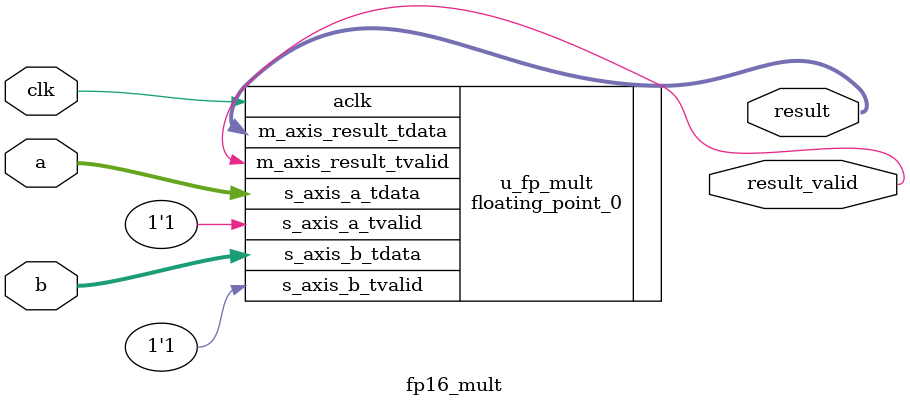
<source format=v>
module fp16_mult (
    input wire clk,
    input wire [15:0] a,  // FP16
    input wire [15:0] b,  // FP16
    output wire [31:0] result,  // FP32
    output wire result_valid    // valid flag from IP
);

    // Synthesis: use Xilinx Floating Point IP core
    floating_point_0 u_fp_mult (
        .aclk(clk),
        .s_axis_a_tvalid(1'b1),
        .s_axis_a_tdata(a),
        .s_axis_b_tvalid(1'b1),
        .s_axis_b_tdata(b),
        .m_axis_result_tvalid(result_valid),
        .m_axis_result_tdata(result)
    );

endmodule

</source>
